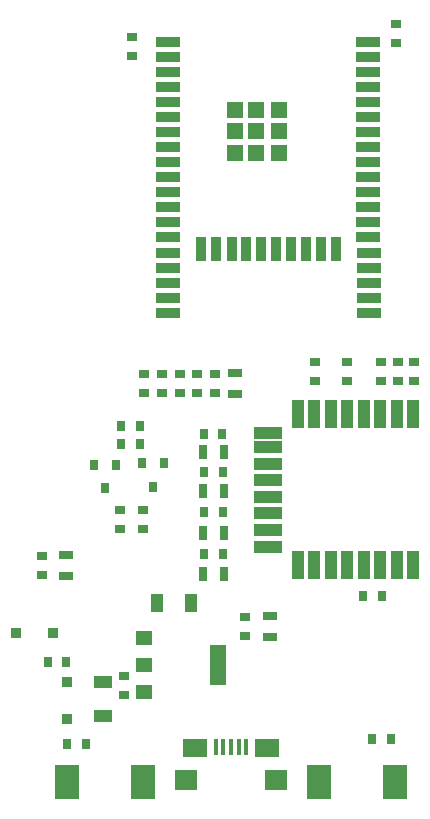
<source format=gtp>
G04*
G04 #@! TF.GenerationSoftware,Altium Limited,Altium Designer,22.1.2 (22)*
G04*
G04 Layer_Color=8421504*
%FSLAX25Y25*%
%MOIN*%
G70*
G04*
G04 #@! TF.SameCoordinates,E6BCAF42-7E50-4797-BEDC-23F1F838AA05*
G04*
G04*
G04 #@! TF.FilePolarity,Positive*
G04*
G01*
G75*
%ADD14R,0.07874X0.03543*%
%ADD15R,0.05236X0.05236*%
%ADD16R,0.03543X0.07874*%
%ADD17R,0.05118X0.02756*%
%ADD18R,0.03543X0.03150*%
%ADD19R,0.03150X0.03543*%
%ADD20R,0.03937X0.09646*%
%ADD21R,0.09646X0.03937*%
%ADD22R,0.04331X0.06299*%
%ADD23R,0.05512X0.13780*%
%ADD24R,0.05512X0.04724*%
%ADD25R,0.06299X0.04331*%
%ADD26R,0.07874X0.11811*%
%ADD27R,0.07480X0.07087*%
%ADD28R,0.01575X0.05315*%
%ADD29R,0.08268X0.06299*%
%ADD30R,0.03543X0.03740*%
%ADD31R,0.03740X0.03543*%
%ADD32R,0.02756X0.05118*%
D14*
X55992Y185665D02*
D03*
X55913Y191039D02*
D03*
Y196039D02*
D03*
Y201039D02*
D03*
Y206039D02*
D03*
Y211039D02*
D03*
Y216039D02*
D03*
Y221039D02*
D03*
Y226039D02*
D03*
Y231039D02*
D03*
Y236039D02*
D03*
Y241039D02*
D03*
Y246039D02*
D03*
Y251039D02*
D03*
Y256039D02*
D03*
X122843Y191039D02*
D03*
Y196039D02*
D03*
Y201039D02*
D03*
Y206039D02*
D03*
Y211039D02*
D03*
Y216039D02*
D03*
Y221039D02*
D03*
Y226039D02*
D03*
Y231039D02*
D03*
Y236039D02*
D03*
Y241039D02*
D03*
Y246039D02*
D03*
Y251039D02*
D03*
Y256039D02*
D03*
X122921Y165665D02*
D03*
Y185665D02*
D03*
Y180665D02*
D03*
Y175665D02*
D03*
X55992Y180665D02*
D03*
Y175665D02*
D03*
Y170665D02*
D03*
Y165665D02*
D03*
X122921Y170665D02*
D03*
D15*
X85441Y226276D02*
D03*
X93000Y226354D02*
D03*
X78197Y226276D02*
D03*
X85441Y219051D02*
D03*
X93118D02*
D03*
X78216D02*
D03*
Y233559D02*
D03*
X93000Y233500D02*
D03*
X85441D02*
D03*
D16*
X67094Y187102D02*
D03*
X72095D02*
D03*
X77252D02*
D03*
X82095D02*
D03*
X87094D02*
D03*
X92094D02*
D03*
X97095D02*
D03*
X102094D02*
D03*
X107095D02*
D03*
X112094D02*
D03*
D17*
X90075Y64856D02*
D03*
Y57770D02*
D03*
X22000Y85043D02*
D03*
Y77957D02*
D03*
X78377Y138770D02*
D03*
Y145856D02*
D03*
D18*
X81575Y64463D02*
D03*
Y58163D02*
D03*
X41500Y44650D02*
D03*
Y38350D02*
D03*
X14000Y84650D02*
D03*
Y78350D02*
D03*
X48129Y139163D02*
D03*
Y145463D02*
D03*
X71535Y139163D02*
D03*
Y145463D02*
D03*
X65575Y139163D02*
D03*
Y145463D02*
D03*
X59988Y139163D02*
D03*
Y145463D02*
D03*
X138075Y149463D02*
D03*
Y143163D02*
D03*
X132575Y149463D02*
D03*
Y143163D02*
D03*
X127075Y149463D02*
D03*
Y143163D02*
D03*
X115575Y149463D02*
D03*
Y143163D02*
D03*
X105075Y149463D02*
D03*
Y143163D02*
D03*
X44000Y257650D02*
D03*
Y251350D02*
D03*
X47575Y93663D02*
D03*
Y99963D02*
D03*
X40075D02*
D03*
Y93663D02*
D03*
X54075Y145463D02*
D03*
Y139163D02*
D03*
X132000Y255850D02*
D03*
Y262150D02*
D03*
D19*
X127224Y71313D02*
D03*
X120925D02*
D03*
X123925Y23813D02*
D03*
X130224D02*
D03*
X22350Y22000D02*
D03*
X28650D02*
D03*
X22150Y49500D02*
D03*
X15850D02*
D03*
X46650Y128000D02*
D03*
X40350D02*
D03*
X40350Y122000D02*
D03*
X46650D02*
D03*
X31335Y115250D02*
D03*
X38815D02*
D03*
X35075Y107376D02*
D03*
X47335Y115750D02*
D03*
X54815D02*
D03*
X51075Y107876D02*
D03*
X67925Y112813D02*
D03*
X74224D02*
D03*
X67925Y99313D02*
D03*
X74224D02*
D03*
X67925Y85313D02*
D03*
X74224D02*
D03*
X67850Y125500D02*
D03*
X74150D02*
D03*
D20*
X104717Y81616D02*
D03*
X137787Y132010D02*
D03*
X104717D02*
D03*
X132276D02*
D03*
X126764D02*
D03*
X121252D02*
D03*
X115740D02*
D03*
X110228D02*
D03*
X99205D02*
D03*
X110228Y81616D02*
D03*
X115740D02*
D03*
X121252D02*
D03*
X126764D02*
D03*
X132276D02*
D03*
X137787D02*
D03*
X99205D02*
D03*
D21*
X89362Y125711D02*
D03*
Y120986D02*
D03*
Y115474D02*
D03*
Y109963D02*
D03*
Y104451D02*
D03*
Y98939D02*
D03*
Y93427D02*
D03*
Y87915D02*
D03*
D22*
X52291Y69000D02*
D03*
X63709D02*
D03*
D23*
X72567Y48376D02*
D03*
D24*
X48158Y39321D02*
D03*
Y48376D02*
D03*
Y57431D02*
D03*
D25*
X34500Y42709D02*
D03*
Y31291D02*
D03*
D26*
X131795Y9500D02*
D03*
X106205D02*
D03*
X22205D02*
D03*
X47795D02*
D03*
D27*
X91972Y9990D02*
D03*
X62051D02*
D03*
D28*
X82130Y21211D02*
D03*
X79571D02*
D03*
X77012D02*
D03*
X74453D02*
D03*
X71894D02*
D03*
D29*
X65004Y20728D02*
D03*
X89020D02*
D03*
D30*
X22500Y42701D02*
D03*
Y30299D02*
D03*
D31*
X17701Y59000D02*
D03*
X5299D02*
D03*
D32*
X74618Y119313D02*
D03*
X67532D02*
D03*
X74618Y106313D02*
D03*
X67532D02*
D03*
X74618Y92313D02*
D03*
X67532D02*
D03*
X74618Y78813D02*
D03*
X67532D02*
D03*
M02*

</source>
